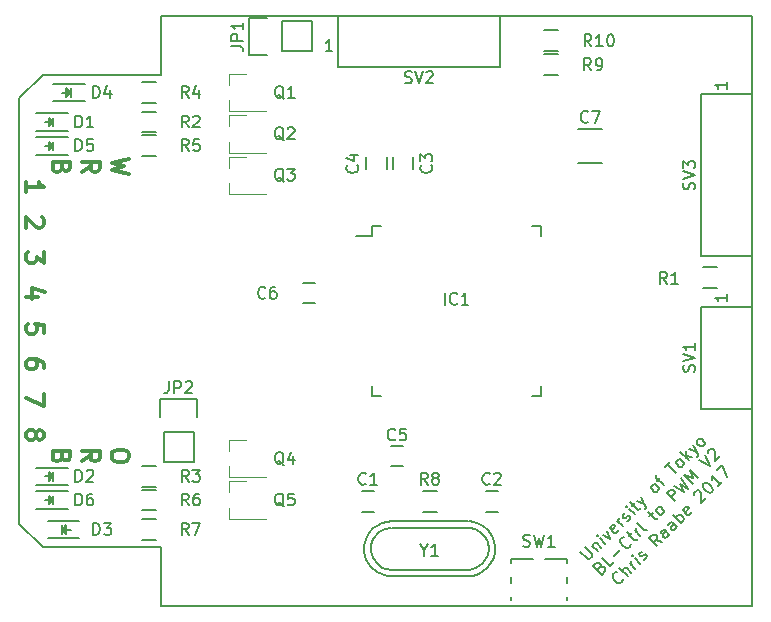
<source format=gbr>
G04 #@! TF.FileFunction,Legend,Top*
%FSLAX46Y46*%
G04 Gerber Fmt 4.6, Leading zero omitted, Abs format (unit mm)*
G04 Created by KiCad (PCBNEW 4.0.5-e0-6337~49~ubuntu16.04.1) date Thu Jan  5 22:53:43 2017*
%MOMM*%
%LPD*%
G01*
G04 APERTURE LIST*
%ADD10C,0.100000*%
%ADD11C,0.150000*%
%ADD12C,0.300000*%
%ADD13C,0.120000*%
G04 APERTURE END LIST*
D10*
D11*
X10513136Y-20377962D02*
X11085556Y-20950381D01*
X11186571Y-20984053D01*
X11253915Y-20984053D01*
X11354930Y-20950381D01*
X11489617Y-20815694D01*
X11523289Y-20714679D01*
X11523289Y-20647335D01*
X11489617Y-20546320D01*
X10917198Y-19973900D01*
X11489617Y-19872885D02*
X11961022Y-20344290D01*
X11556960Y-19940229D02*
X11556960Y-19872885D01*
X11590632Y-19771870D01*
X11691648Y-19670854D01*
X11792663Y-19637182D01*
X11893678Y-19670854D01*
X12264068Y-20041244D01*
X12600785Y-19704526D02*
X12129380Y-19233122D01*
X11893678Y-18997420D02*
X11893678Y-19064763D01*
X11961022Y-19064763D01*
X11961022Y-18997420D01*
X11893678Y-18997420D01*
X11961022Y-19064763D01*
X12398754Y-18963748D02*
X13038517Y-19266794D01*
X12735472Y-18627030D01*
X13711953Y-18526015D02*
X13678281Y-18627030D01*
X13543594Y-18761718D01*
X13442578Y-18795389D01*
X13341563Y-18761718D01*
X13072189Y-18492343D01*
X13038517Y-18391328D01*
X13072189Y-18290313D01*
X13206876Y-18155625D01*
X13307892Y-18121954D01*
X13408907Y-18155625D01*
X13476251Y-18222970D01*
X13206876Y-18627031D01*
X14082342Y-18222970D02*
X13610937Y-17751565D01*
X13745624Y-17886252D02*
X13711952Y-17785236D01*
X13711952Y-17717893D01*
X13745624Y-17616878D01*
X13812968Y-17549534D01*
X14452731Y-17785236D02*
X14553747Y-17751565D01*
X14688433Y-17616878D01*
X14722106Y-17515862D01*
X14688434Y-17414847D01*
X14654762Y-17381175D01*
X14553747Y-17347503D01*
X14452731Y-17381176D01*
X14351716Y-17482191D01*
X14250701Y-17515863D01*
X14149685Y-17482190D01*
X14116014Y-17448519D01*
X14082342Y-17347503D01*
X14116014Y-17246488D01*
X14217029Y-17145473D01*
X14318045Y-17111801D01*
X15092495Y-17212817D02*
X14621090Y-16741412D01*
X14385388Y-16505710D02*
X14385388Y-16573053D01*
X14452731Y-16573053D01*
X14452731Y-16505710D01*
X14385388Y-16505710D01*
X14452731Y-16573053D01*
X14856792Y-16505710D02*
X15126166Y-16236336D01*
X14722105Y-16168993D02*
X15328197Y-16775084D01*
X15429212Y-16808756D01*
X15530227Y-16775084D01*
X15597571Y-16707741D01*
X15294525Y-16067977D02*
X15934288Y-16371023D01*
X15631243Y-15731259D02*
X15934288Y-16371023D01*
X16035304Y-16606725D01*
X16035304Y-16674068D01*
X16001632Y-16775084D01*
X17011785Y-15293527D02*
X16910770Y-15327198D01*
X16843426Y-15327198D01*
X16742411Y-15293527D01*
X16540380Y-15091496D01*
X16506708Y-14990480D01*
X16506708Y-14923137D01*
X16540380Y-14822122D01*
X16641396Y-14721106D01*
X16742411Y-14687434D01*
X16809755Y-14687434D01*
X16910770Y-14721106D01*
X17112801Y-14923137D01*
X17146472Y-15024152D01*
X17146472Y-15091496D01*
X17112801Y-15192511D01*
X17011785Y-15293527D01*
X16978113Y-14384389D02*
X17247487Y-14115015D01*
X17550533Y-14754778D02*
X16944441Y-14148687D01*
X16910770Y-14047672D01*
X16944441Y-13946656D01*
X17011785Y-13879313D01*
X17685221Y-13205877D02*
X18089282Y-12801816D01*
X18594358Y-13710954D02*
X17887251Y-13003847D01*
X19133106Y-13172205D02*
X19032091Y-13205877D01*
X18964747Y-13205877D01*
X18863732Y-13172205D01*
X18661701Y-12970174D01*
X18628029Y-12869159D01*
X18628029Y-12801816D01*
X18661701Y-12700801D01*
X18762717Y-12599785D01*
X18863732Y-12566113D01*
X18931076Y-12566113D01*
X19032091Y-12599785D01*
X19234122Y-12801816D01*
X19267793Y-12902831D01*
X19267793Y-12970174D01*
X19234122Y-13071190D01*
X19133106Y-13172205D01*
X19671854Y-12633457D02*
X18964747Y-11926350D01*
X19469824Y-12296740D02*
X19941229Y-12364083D01*
X19469824Y-11892678D02*
X19469824Y-12431427D01*
X19705526Y-11656976D02*
X20345289Y-11960022D01*
X20042244Y-11320258D02*
X20345289Y-11960022D01*
X20446304Y-12195724D01*
X20446304Y-12263068D01*
X20412633Y-12364083D01*
X20884037Y-11421274D02*
X20783022Y-11454946D01*
X20715679Y-11454946D01*
X20614664Y-11421274D01*
X20412633Y-11219243D01*
X20378961Y-11118228D01*
X20378961Y-11050884D01*
X20412633Y-10949869D01*
X20513648Y-10848853D01*
X20614664Y-10815182D01*
X20682007Y-10815182D01*
X20783022Y-10848853D01*
X20985053Y-11050884D01*
X21018725Y-11151900D01*
X21018725Y-11219243D01*
X20985053Y-11320258D01*
X20884037Y-11421274D01*
X12184939Y-21713045D02*
X12319626Y-21645702D01*
X12386970Y-21645703D01*
X12487985Y-21679374D01*
X12589000Y-21780390D01*
X12622672Y-21881405D01*
X12622672Y-21948748D01*
X12589000Y-22049763D01*
X12319626Y-22319138D01*
X11612519Y-21612031D01*
X11848222Y-21376328D01*
X11949237Y-21342657D01*
X12016580Y-21342657D01*
X12117595Y-21376328D01*
X12184939Y-21443672D01*
X12218610Y-21544687D01*
X12218610Y-21612030D01*
X12184939Y-21713045D01*
X11949236Y-21948748D01*
X13363450Y-21275313D02*
X13026732Y-21612031D01*
X12319626Y-20904924D01*
X13329779Y-20770237D02*
X13868527Y-20231489D01*
X14811336Y-19692741D02*
X14811336Y-19760084D01*
X14743992Y-19894771D01*
X14676649Y-19962115D01*
X14541961Y-20029459D01*
X14407274Y-20029459D01*
X14306259Y-19995787D01*
X14137900Y-19894772D01*
X14036885Y-19793756D01*
X13935869Y-19625398D01*
X13902198Y-19524382D01*
X13902198Y-19389696D01*
X13969542Y-19255008D01*
X14036885Y-19187664D01*
X14171572Y-19120321D01*
X14238916Y-19120321D01*
X14609304Y-19086649D02*
X14878678Y-18817276D01*
X14474618Y-18749932D02*
X15080709Y-19356024D01*
X15181724Y-19389696D01*
X15282740Y-19356024D01*
X15350083Y-19288680D01*
X15585786Y-19052978D02*
X15114381Y-18581573D01*
X15249068Y-18716260D02*
X15215396Y-18615245D01*
X15215396Y-18547901D01*
X15249068Y-18446886D01*
X15316412Y-18379542D01*
X16124534Y-18514229D02*
X16023519Y-18547901D01*
X15922504Y-18514229D01*
X15316412Y-17908138D01*
X16360237Y-17335717D02*
X16629610Y-17066343D01*
X16225550Y-16999000D02*
X16831641Y-17605092D01*
X16932657Y-17638763D01*
X17033672Y-17605092D01*
X17101015Y-17537748D01*
X17437733Y-17201030D02*
X17336718Y-17234702D01*
X17269374Y-17234702D01*
X17168359Y-17201030D01*
X16966328Y-16998999D01*
X16932657Y-16897984D01*
X16932657Y-16830641D01*
X16966328Y-16729626D01*
X17067344Y-16628610D01*
X17168359Y-16594938D01*
X17235703Y-16594938D01*
X17336718Y-16628610D01*
X17538749Y-16830641D01*
X17572421Y-16931656D01*
X17572421Y-16998999D01*
X17538749Y-17100014D01*
X17437733Y-17201030D01*
X18515229Y-16123534D02*
X17808123Y-15416427D01*
X18077497Y-15147053D01*
X18178512Y-15113381D01*
X18245856Y-15113381D01*
X18346871Y-15147053D01*
X18447886Y-15248068D01*
X18481558Y-15349083D01*
X18481558Y-15416426D01*
X18447886Y-15517442D01*
X18178512Y-15786816D01*
X18447886Y-14776664D02*
X19323351Y-15315412D01*
X18952962Y-14675648D01*
X19592726Y-15046038D01*
X19053978Y-14170572D01*
X20030458Y-14608305D02*
X19323351Y-13901198D01*
X20064131Y-14170572D01*
X19794756Y-13429794D01*
X20501863Y-14136900D01*
X20569206Y-12655343D02*
X21512015Y-13126748D01*
X21040611Y-12183939D01*
X21309985Y-12049252D02*
X21309985Y-11981908D01*
X21343657Y-11880893D01*
X21512016Y-11712534D01*
X21613031Y-11678862D01*
X21680374Y-11678862D01*
X21781390Y-11712534D01*
X21848733Y-11779877D01*
X21916076Y-11914564D01*
X21916076Y-12722687D01*
X22353809Y-12284954D01*
X14142952Y-22694577D02*
X14142952Y-22761920D01*
X14075608Y-22896607D01*
X14008265Y-22963950D01*
X13873577Y-23031295D01*
X13738891Y-23031295D01*
X13637875Y-22997623D01*
X13469517Y-22896608D01*
X13368501Y-22795592D01*
X13267486Y-22627233D01*
X13233814Y-22526218D01*
X13233814Y-22391531D01*
X13301158Y-22256844D01*
X13368502Y-22189500D01*
X13503188Y-22122157D01*
X13570532Y-22122157D01*
X14513341Y-22458875D02*
X13806234Y-21751768D01*
X14816387Y-22155828D02*
X14445997Y-21785439D01*
X14344982Y-21751767D01*
X14243967Y-21785439D01*
X14142951Y-21886455D01*
X14109279Y-21987470D01*
X14109279Y-22054813D01*
X15153104Y-21819111D02*
X14681699Y-21347707D01*
X14816386Y-21482393D02*
X14782714Y-21381378D01*
X14782714Y-21314035D01*
X14816386Y-21213020D01*
X14883730Y-21145676D01*
X15590837Y-21381378D02*
X15119432Y-20909973D01*
X14883730Y-20674271D02*
X14883730Y-20741615D01*
X14951074Y-20741615D01*
X14951074Y-20674271D01*
X14883730Y-20674271D01*
X14951074Y-20741615D01*
X15860211Y-21044661D02*
X15961226Y-21010989D01*
X16095913Y-20876302D01*
X16129585Y-20775287D01*
X16095914Y-20674271D01*
X16062242Y-20640600D01*
X15961227Y-20606928D01*
X15860211Y-20640600D01*
X15759196Y-20741616D01*
X15658181Y-20775287D01*
X15557165Y-20741615D01*
X15523493Y-20707943D01*
X15489821Y-20606928D01*
X15523493Y-20505913D01*
X15624508Y-20404898D01*
X15725524Y-20371225D01*
X17442784Y-19529432D02*
X16870363Y-19428416D01*
X17038722Y-19933493D02*
X16331616Y-19226386D01*
X16600990Y-18957012D01*
X16702005Y-18923340D01*
X16769349Y-18923340D01*
X16870364Y-18957012D01*
X16971379Y-19058027D01*
X17005051Y-19159042D01*
X17005051Y-19226385D01*
X16971379Y-19327401D01*
X16702005Y-19596775D01*
X18048875Y-18923340D02*
X17678486Y-18552950D01*
X17577471Y-18519279D01*
X17476455Y-18552950D01*
X17341768Y-18687638D01*
X17308096Y-18788653D01*
X18015204Y-18889668D02*
X17981532Y-18990683D01*
X17813173Y-19159043D01*
X17712157Y-19192714D01*
X17611142Y-19159043D01*
X17543799Y-19091699D01*
X17510127Y-18990684D01*
X17543799Y-18889669D01*
X17712158Y-18721310D01*
X17745830Y-18620295D01*
X18688639Y-18283577D02*
X18318249Y-17913187D01*
X18217234Y-17879515D01*
X18116219Y-17913187D01*
X17981531Y-18047875D01*
X17947859Y-18148890D01*
X18654967Y-18249905D02*
X18621295Y-18350920D01*
X18452936Y-18519279D01*
X18351921Y-18552951D01*
X18250906Y-18519279D01*
X18183562Y-18451936D01*
X18149890Y-18350921D01*
X18183562Y-18249906D01*
X18351922Y-18081546D01*
X18385593Y-17980531D01*
X19025356Y-17946859D02*
X18318249Y-17239753D01*
X18587623Y-17509126D02*
X18621295Y-17408111D01*
X18755982Y-17273424D01*
X18856997Y-17239752D01*
X18924341Y-17239752D01*
X19025356Y-17273424D01*
X19227387Y-17475455D01*
X19261059Y-17576470D01*
X19261059Y-17643813D01*
X19227387Y-17744828D01*
X19092699Y-17879516D01*
X18991684Y-17913188D01*
X19900822Y-17004050D02*
X19867150Y-17105065D01*
X19732463Y-17239753D01*
X19631447Y-17273424D01*
X19530432Y-17239753D01*
X19261058Y-16970378D01*
X19227386Y-16869363D01*
X19261058Y-16768348D01*
X19395745Y-16633660D01*
X19496761Y-16599989D01*
X19597776Y-16633660D01*
X19665120Y-16701005D01*
X19395745Y-17105066D01*
X20136524Y-15556165D02*
X20136524Y-15488821D01*
X20170196Y-15387806D01*
X20338555Y-15219447D01*
X20439570Y-15185775D01*
X20506914Y-15185775D01*
X20607929Y-15219447D01*
X20675272Y-15286790D01*
X20742616Y-15421477D01*
X20742616Y-16229600D01*
X21180349Y-15791867D01*
X20910974Y-14647028D02*
X20978318Y-14579683D01*
X21079333Y-14546012D01*
X21146677Y-14546012D01*
X21247692Y-14579683D01*
X21416051Y-14680699D01*
X21584410Y-14849058D01*
X21685425Y-15017416D01*
X21719097Y-15118432D01*
X21719097Y-15185775D01*
X21685425Y-15286790D01*
X21618081Y-15354134D01*
X21517066Y-15387806D01*
X21449722Y-15387806D01*
X21348707Y-15354134D01*
X21180349Y-15253119D01*
X21011989Y-15084760D01*
X20910974Y-14916401D01*
X20877302Y-14815386D01*
X20877302Y-14748043D01*
X20910974Y-14647028D01*
X22527219Y-14444997D02*
X22123157Y-14849058D01*
X22325188Y-14647028D02*
X21618081Y-13939921D01*
X21651753Y-14108279D01*
X21651753Y-14242966D01*
X21618081Y-14343981D01*
X22055814Y-13502188D02*
X22527219Y-13030783D01*
X22931279Y-14040936D01*
X25000000Y-25000000D02*
X25000000Y25000000D01*
X-25000000Y-25000000D02*
X25000000Y-25000000D01*
X-25000000Y-20000000D02*
X-25000000Y-25000000D01*
X-35000000Y-20000000D02*
X-25000000Y-20000000D01*
X-37000000Y-18000000D02*
X-35000000Y-20000000D01*
X-37000000Y18000000D02*
X-37000000Y-18000000D01*
X-35000000Y20000000D02*
X-37000000Y18000000D01*
X-25000000Y20000000D02*
X-35000000Y20000000D01*
X-25000000Y25000000D02*
X-25000000Y20000000D01*
X25000000Y25000000D02*
X-25000000Y25000000D01*
D12*
X-35571429Y-10357144D02*
X-35500000Y-10214286D01*
X-35428571Y-10142858D01*
X-35285714Y-10071429D01*
X-35214286Y-10071429D01*
X-35071429Y-10142858D01*
X-35000000Y-10214286D01*
X-34928571Y-10357144D01*
X-34928571Y-10642858D01*
X-35000000Y-10785715D01*
X-35071429Y-10857144D01*
X-35214286Y-10928572D01*
X-35285714Y-10928572D01*
X-35428571Y-10857144D01*
X-35500000Y-10785715D01*
X-35571429Y-10642858D01*
X-35571429Y-10357144D01*
X-35642857Y-10214286D01*
X-35714286Y-10142858D01*
X-35857143Y-10071429D01*
X-36142857Y-10071429D01*
X-36285714Y-10142858D01*
X-36357143Y-10214286D01*
X-36428571Y-10357144D01*
X-36428571Y-10642858D01*
X-36357143Y-10785715D01*
X-36285714Y-10857144D01*
X-36142857Y-10928572D01*
X-35857143Y-10928572D01*
X-35714286Y-10857144D01*
X-35642857Y-10785715D01*
X-35571429Y-10642858D01*
X-34928571Y-7000001D02*
X-34928571Y-8000001D01*
X-36428571Y-7357144D01*
X-34928571Y-4785715D02*
X-34928571Y-4500001D01*
X-35000000Y-4357144D01*
X-35071429Y-4285715D01*
X-35285714Y-4142858D01*
X-35571429Y-4071429D01*
X-36142857Y-4071429D01*
X-36285714Y-4142858D01*
X-36357143Y-4214286D01*
X-36428571Y-4357144D01*
X-36428571Y-4642858D01*
X-36357143Y-4785715D01*
X-36285714Y-4857144D01*
X-36142857Y-4928572D01*
X-35785714Y-4928572D01*
X-35642857Y-4857144D01*
X-35571429Y-4785715D01*
X-35500000Y-4642858D01*
X-35500000Y-4357144D01*
X-35571429Y-4214286D01*
X-35642857Y-4142858D01*
X-35785714Y-4071429D01*
X-34928571Y-1857144D02*
X-34928571Y-1142858D01*
X-35642857Y-1071429D01*
X-35571429Y-1142858D01*
X-35500000Y-1285715D01*
X-35500000Y-1642858D01*
X-35571429Y-1785715D01*
X-35642857Y-1857144D01*
X-35785714Y-1928572D01*
X-36142857Y-1928572D01*
X-36285714Y-1857144D01*
X-36357143Y-1785715D01*
X-36428571Y-1642858D01*
X-36428571Y-1285715D01*
X-36357143Y-1142858D01*
X-36285714Y-1071429D01*
X-35428571Y1214285D02*
X-36428571Y1214285D01*
X-34857143Y1571428D02*
X-35928571Y1928571D01*
X-35928571Y999999D01*
X-34928571Y4999999D02*
X-34928571Y4071428D01*
X-35500000Y4571428D01*
X-35500000Y4357142D01*
X-35571429Y4214285D01*
X-35642857Y4142856D01*
X-35785714Y4071428D01*
X-36142857Y4071428D01*
X-36285714Y4142856D01*
X-36357143Y4214285D01*
X-36428571Y4357142D01*
X-36428571Y4785714D01*
X-36357143Y4928571D01*
X-36285714Y4999999D01*
X-35071429Y7928571D02*
X-35000000Y7857142D01*
X-34928571Y7714285D01*
X-34928571Y7357142D01*
X-35000000Y7214285D01*
X-35071429Y7142856D01*
X-35214286Y7071428D01*
X-35357143Y7071428D01*
X-35571429Y7142856D01*
X-36428571Y7999999D01*
X-36428571Y7071428D01*
X-36428571Y10071428D02*
X-36428571Y10928571D01*
X-36428571Y10499999D02*
X-34928571Y10499999D01*
X-35142857Y10642856D01*
X-35285714Y10785714D01*
X-35357143Y10928571D01*
X-27678571Y-12107143D02*
X-27678571Y-12392857D01*
X-27750000Y-12535715D01*
X-27892857Y-12678572D01*
X-28178571Y-12750000D01*
X-28678571Y-12750000D01*
X-28964286Y-12678572D01*
X-29107143Y-12535715D01*
X-29178571Y-12392857D01*
X-29178571Y-12107143D01*
X-29107143Y-11964286D01*
X-28964286Y-11821429D01*
X-28678571Y-11750000D01*
X-28178571Y-11750000D01*
X-27892857Y-11821429D01*
X-27750000Y-11964286D01*
X-27678571Y-12107143D01*
X-31678571Y-12714286D02*
X-30964286Y-12214286D01*
X-31678571Y-11857143D02*
X-30178571Y-11857143D01*
X-30178571Y-12428571D01*
X-30250000Y-12571429D01*
X-30321429Y-12642857D01*
X-30464286Y-12714286D01*
X-30678571Y-12714286D01*
X-30821429Y-12642857D01*
X-30892857Y-12571429D01*
X-30964286Y-12428571D01*
X-30964286Y-11857143D01*
X-33392857Y-12357143D02*
X-33464286Y-12571429D01*
X-33535714Y-12642857D01*
X-33678571Y-12714286D01*
X-33892857Y-12714286D01*
X-34035714Y-12642857D01*
X-34107143Y-12571429D01*
X-34178571Y-12428571D01*
X-34178571Y-11857143D01*
X-32678571Y-11857143D01*
X-32678571Y-12357143D01*
X-32750000Y-12500000D01*
X-32821429Y-12571429D01*
X-32964286Y-12642857D01*
X-33107143Y-12642857D01*
X-33250000Y-12571429D01*
X-33321429Y-12500000D01*
X-33392857Y-12357143D01*
X-33392857Y-11857143D01*
X-27678571Y12892857D02*
X-29178571Y12535714D01*
X-28107143Y12250000D01*
X-29178571Y11964286D01*
X-27678571Y11607143D01*
X-31678571Y11785714D02*
X-30964286Y12285714D01*
X-31678571Y12642857D02*
X-30178571Y12642857D01*
X-30178571Y12071429D01*
X-30250000Y11928571D01*
X-30321429Y11857143D01*
X-30464286Y11785714D01*
X-30678571Y11785714D01*
X-30821429Y11857143D01*
X-30892857Y11928571D01*
X-30964286Y12071429D01*
X-30964286Y12642857D01*
X-33392857Y12142857D02*
X-33464286Y11928571D01*
X-33535714Y11857143D01*
X-33678571Y11785714D01*
X-33892857Y11785714D01*
X-34035714Y11857143D01*
X-34107143Y11928571D01*
X-34178571Y12071429D01*
X-34178571Y12642857D01*
X-32678571Y12642857D01*
X-32678571Y12142857D01*
X-32750000Y12000000D01*
X-32821429Y11928571D01*
X-32964286Y11857143D01*
X-33107143Y11857143D01*
X-33250000Y11928571D01*
X-33321429Y12000000D01*
X-33392857Y12142857D01*
X-33392857Y12642857D01*
D11*
X-31400000Y19250000D02*
X-34100000Y19250000D01*
X-31400000Y17750000D02*
X-34100000Y17750000D01*
X-32900000Y18650000D02*
X-32900000Y18400000D01*
X-32900000Y18400000D02*
X-32750000Y18550000D01*
X-32650000Y18150000D02*
X-32650000Y18850000D01*
X-33000000Y18500000D02*
X-33350000Y18500000D01*
X-32650000Y18500000D02*
X-33000000Y18150000D01*
X-33000000Y18150000D02*
X-33000000Y18850000D01*
X-33000000Y18850000D02*
X-32650000Y18500000D01*
X-7175000Y7175000D02*
X-7175000Y6375000D01*
X7175000Y7175000D02*
X7175000Y6375000D01*
X7175000Y-7175000D02*
X7175000Y-6375000D01*
X-7175000Y-7175000D02*
X-7175000Y-6375000D01*
X-7175000Y7175000D02*
X-6375000Y7175000D01*
X-7175000Y-7175000D02*
X-6375000Y-7175000D01*
X7175000Y-7175000D02*
X6375000Y-7175000D01*
X7175000Y7175000D02*
X6375000Y7175000D01*
X-7175000Y6375000D02*
X-8450000Y6375000D01*
X-8000000Y-16980000D02*
X-7000000Y-16980000D01*
X-7000000Y-15280000D02*
X-8000000Y-15280000D01*
X3500000Y-15280000D02*
X2500000Y-15280000D01*
X2500000Y-16980000D02*
X3500000Y-16980000D01*
X-5350000Y13000000D02*
X-5350000Y12000000D01*
X-3650000Y12000000D02*
X-3650000Y13000000D01*
X-7600000Y13000000D02*
X-7600000Y12000000D01*
X-5900000Y12000000D02*
X-5900000Y13000000D01*
X-5500000Y-13100000D02*
X-4500000Y-13100000D01*
X-4500000Y-11400000D02*
X-5500000Y-11400000D01*
X-13000000Y650000D02*
X-12000000Y650000D01*
X-12000000Y2350000D02*
X-13000000Y2350000D01*
X-32900000Y16750000D02*
X-35600000Y16750000D01*
X-32900000Y15250000D02*
X-35600000Y15250000D01*
X-34400000Y16150000D02*
X-34400000Y15900000D01*
X-34400000Y15900000D02*
X-34250000Y16050000D01*
X-34150000Y15650000D02*
X-34150000Y16350000D01*
X-34500000Y16000000D02*
X-34850000Y16000000D01*
X-34150000Y16000000D02*
X-34500000Y15650000D01*
X-34500000Y15650000D02*
X-34500000Y16350000D01*
X-34500000Y16350000D02*
X-34150000Y16000000D01*
X-32900000Y-13250000D02*
X-35600000Y-13250000D01*
X-32900000Y-14750000D02*
X-35600000Y-14750000D01*
X-34400000Y-13850000D02*
X-34400000Y-14100000D01*
X-34400000Y-14100000D02*
X-34250000Y-13950000D01*
X-34150000Y-14350000D02*
X-34150000Y-13650000D01*
X-34500000Y-14000000D02*
X-34850000Y-14000000D01*
X-34150000Y-14000000D02*
X-34500000Y-14350000D01*
X-34500000Y-14350000D02*
X-34500000Y-13650000D01*
X-34500000Y-13650000D02*
X-34150000Y-14000000D01*
X-34600000Y-19250000D02*
X-31900000Y-19250000D01*
X-34600000Y-17750000D02*
X-31900000Y-17750000D01*
X-33100000Y-18650000D02*
X-33100000Y-18400000D01*
X-33100000Y-18400000D02*
X-33250000Y-18550000D01*
X-33350000Y-18150000D02*
X-33350000Y-18850000D01*
X-33000000Y-18500000D02*
X-32650000Y-18500000D01*
X-33350000Y-18500000D02*
X-33000000Y-18150000D01*
X-33000000Y-18150000D02*
X-33000000Y-18850000D01*
X-33000000Y-18850000D02*
X-33350000Y-18500000D01*
X-32900000Y14750000D02*
X-35600000Y14750000D01*
X-32900000Y13250000D02*
X-35600000Y13250000D01*
X-34400000Y14150000D02*
X-34400000Y13900000D01*
X-34400000Y13900000D02*
X-34250000Y14050000D01*
X-34150000Y13650000D02*
X-34150000Y14350000D01*
X-34500000Y14000000D02*
X-34850000Y14000000D01*
X-34150000Y14000000D02*
X-34500000Y13650000D01*
X-34500000Y13650000D02*
X-34500000Y14350000D01*
X-34500000Y14350000D02*
X-34150000Y14000000D01*
X-32900000Y-15250000D02*
X-35600000Y-15250000D01*
X-32900000Y-16750000D02*
X-35600000Y-16750000D01*
X-34400000Y-15850000D02*
X-34400000Y-16100000D01*
X-34400000Y-16100000D02*
X-34250000Y-15950000D01*
X-34150000Y-16350000D02*
X-34150000Y-15650000D01*
X-34500000Y-16000000D02*
X-34850000Y-16000000D01*
X-34150000Y-16000000D02*
X-34500000Y-16350000D01*
X-34500000Y-16350000D02*
X-34500000Y-15650000D01*
X-34500000Y-15650000D02*
X-34150000Y-16000000D01*
X20882000Y3688000D02*
X22082000Y3688000D01*
X22082000Y1938000D02*
X20882000Y1938000D01*
X-25400000Y15125000D02*
X-26600000Y15125000D01*
X-26600000Y16875000D02*
X-25400000Y16875000D01*
X-25400000Y-14875000D02*
X-26600000Y-14875000D01*
X-26600000Y-13125000D02*
X-25400000Y-13125000D01*
X-25400000Y17625000D02*
X-26600000Y17625000D01*
X-26600000Y19375000D02*
X-25400000Y19375000D01*
X-25400000Y13125000D02*
X-26600000Y13125000D01*
X-26600000Y14875000D02*
X-25400000Y14875000D01*
X-25400000Y-16875000D02*
X-26600000Y-16875000D01*
X-26600000Y-15125000D02*
X-25400000Y-15125000D01*
X-25400000Y-19375000D02*
X-26600000Y-19375000D01*
X-26600000Y-17625000D02*
X-25400000Y-17625000D01*
X-2850000Y-15255000D02*
X-1650000Y-15255000D01*
X-1650000Y-17005000D02*
X-2850000Y-17005000D01*
X8620000Y19972000D02*
X7420000Y19972000D01*
X7420000Y21722000D02*
X8620000Y21722000D01*
X8620000Y22004000D02*
X7420000Y22004000D01*
X7420000Y23754000D02*
X8620000Y23754000D01*
X12322000Y15445000D02*
X10322000Y15445000D01*
X10322000Y12495000D02*
X12322000Y12495000D01*
X3702000Y20682000D02*
X-10014000Y20682000D01*
X3702000Y20682000D02*
X3702000Y25000000D01*
X-10014000Y20682000D02*
X-10014000Y25000000D01*
X20682000Y-8255000D02*
X20682000Y381000D01*
X20682000Y-8255000D02*
X25000000Y-8255000D01*
X20682000Y381000D02*
X25000000Y381000D01*
X-14730000Y24520000D02*
X-12190000Y24520000D01*
X-17550000Y24800000D02*
X-16000000Y24800000D01*
X-14730000Y24520000D02*
X-14730000Y21980000D01*
X-16000000Y21700000D02*
X-17550000Y21700000D01*
X-17550000Y21700000D02*
X-17550000Y24800000D01*
X-14730000Y21980000D02*
X-12190000Y21980000D01*
X-12190000Y21980000D02*
X-12190000Y24520000D01*
X-22230000Y-10270000D02*
X-22230000Y-12810000D01*
X-21950000Y-7450000D02*
X-21950000Y-9000000D01*
X-22230000Y-10270000D02*
X-24770000Y-10270000D01*
X-25050000Y-9000000D02*
X-25050000Y-7450000D01*
X-25050000Y-7450000D02*
X-21950000Y-7450000D01*
X-24770000Y-10270000D02*
X-24770000Y-12810000D01*
X-24770000Y-12810000D02*
X-22230000Y-12810000D01*
D13*
X-19260000Y20080000D02*
X-19260000Y19150000D01*
X-19260000Y16920000D02*
X-19260000Y17850000D01*
X-19260000Y16920000D02*
X-16100000Y16920000D01*
X-19260000Y20080000D02*
X-17800000Y20080000D01*
X-19260000Y16580000D02*
X-19260000Y15650000D01*
X-19260000Y13420000D02*
X-19260000Y14350000D01*
X-19260000Y13420000D02*
X-16100000Y13420000D01*
X-19260000Y16580000D02*
X-17800000Y16580000D01*
X-19260000Y13080000D02*
X-19260000Y12150000D01*
X-19260000Y9920000D02*
X-19260000Y10850000D01*
X-19260000Y9920000D02*
X-16100000Y9920000D01*
X-19260000Y13080000D02*
X-17800000Y13080000D01*
X-19260000Y-10920000D02*
X-19260000Y-11850000D01*
X-19260000Y-14080000D02*
X-19260000Y-13150000D01*
X-19260000Y-14080000D02*
X-16100000Y-14080000D01*
X-19260000Y-10920000D02*
X-17800000Y-10920000D01*
X-19260000Y-14420000D02*
X-19260000Y-15350000D01*
X-19260000Y-17580000D02*
X-19260000Y-16650000D01*
X-19260000Y-17580000D02*
X-16100000Y-17580000D01*
X-19260000Y-14420000D02*
X-17800000Y-14420000D01*
D11*
X20682000Y4642000D02*
X20682000Y18358000D01*
X20682000Y4642000D02*
X25000000Y4642000D01*
X20682000Y18358000D02*
X25000000Y18358000D01*
X2449000Y-19129240D02*
X2649660Y-19530560D01*
X2649660Y-19530560D02*
X2751260Y-20130000D01*
X2751260Y-20130000D02*
X2649660Y-20630380D01*
X2649660Y-20630380D02*
X2250880Y-21328880D01*
X2250880Y-21328880D02*
X1648900Y-21730200D01*
X1648900Y-21730200D02*
X1049460Y-21930860D01*
X1049460Y-21930860D02*
X-5549460Y-21930860D01*
X-5549460Y-21930860D02*
X-6250500Y-21730200D01*
X-6250500Y-21730200D02*
X-6649280Y-21430480D01*
X-6649280Y-21430480D02*
X-7050600Y-20930100D01*
X-7050600Y-20930100D02*
X-7251260Y-20330660D01*
X-7251260Y-20330660D02*
X-7251260Y-19830280D01*
X-7251260Y-19830280D02*
X-7050600Y-19329900D01*
X-7050600Y-19329900D02*
X-6550220Y-18730460D01*
X-6550220Y-18730460D02*
X-6049840Y-18430740D01*
X-6049840Y-18430740D02*
X-5549460Y-18329140D01*
X-5450400Y-18329140D02*
X1151060Y-18329140D01*
X1151060Y-18329140D02*
X1549840Y-18430740D01*
X1549840Y-18430740D02*
X2050220Y-18730460D01*
X2050220Y-18730460D02*
X2550600Y-19230840D01*
X-5440240Y-17800820D02*
X-5899980Y-17849080D01*
X-5899980Y-17849080D02*
X-6298760Y-17960840D01*
X-6298760Y-17960840D02*
X-6730560Y-18179280D01*
X-6730560Y-18179280D02*
X-7020120Y-18410420D01*
X-7020120Y-18410420D02*
X-7350320Y-18760940D01*
X-7350320Y-18760940D02*
X-7639880Y-19299420D01*
X-7639880Y-19299420D02*
X-7769420Y-19898860D01*
X-7769420Y-19898860D02*
X-7769420Y-20409400D01*
X-7769420Y-20409400D02*
X-7599240Y-21110440D01*
X-7599240Y-21110440D02*
X-7200460Y-21699720D01*
X-7200460Y-21699720D02*
X-6740720Y-22070560D01*
X-6740720Y-22070560D02*
X-6319080Y-22278840D01*
X-6319080Y-22278840D02*
X-5869500Y-22438860D01*
X-5869500Y-22438860D02*
X-5430080Y-22469340D01*
X1910520Y-22250900D02*
X2288980Y-22029920D01*
X2288980Y-22029920D02*
X2609020Y-21750520D01*
X2609020Y-21750520D02*
X2860480Y-21420320D01*
X2860480Y-21420320D02*
X3160200Y-20869140D01*
X3160200Y-20869140D02*
X3269420Y-20399240D01*
X3269420Y-20399240D02*
X3289740Y-19939500D01*
X3289740Y-19939500D02*
X3200840Y-19479760D01*
X3200840Y-19479760D02*
X3010340Y-19030180D01*
X3010340Y-19030180D02*
X2649660Y-18560280D01*
X2649660Y-18560280D02*
X2299140Y-18240240D01*
X2299140Y-18240240D02*
X1910520Y-18009100D01*
X1910520Y-18009100D02*
X1481260Y-17869400D01*
X1481260Y-17869400D02*
X1039300Y-17800820D01*
X-5450400Y-22459180D02*
X1001200Y-22459180D01*
X1001200Y-22459180D02*
X1420300Y-22421080D01*
X1420300Y-22421080D02*
X1910520Y-22250900D01*
X-5450400Y-17800820D02*
X1001200Y-17800820D01*
X9350000Y-24200000D02*
X9350000Y-24500000D01*
X4650000Y-24200000D02*
X4650000Y-24500000D01*
X9350000Y-21000000D02*
X9350000Y-21300000D01*
X4650000Y-21000000D02*
X4650000Y-21300000D01*
X9350000Y-22500000D02*
X9350000Y-23000000D01*
X4650000Y-22500000D02*
X4650000Y-23000000D01*
X7500000Y-21000000D02*
X9350000Y-21000000D01*
X4650000Y-21000000D02*
X6500000Y-21000000D01*
X-30738095Y18047619D02*
X-30738095Y19047619D01*
X-30500000Y19047619D01*
X-30357142Y19000000D01*
X-30261904Y18904762D01*
X-30214285Y18809524D01*
X-30166666Y18619048D01*
X-30166666Y18476190D01*
X-30214285Y18285714D01*
X-30261904Y18190476D01*
X-30357142Y18095238D01*
X-30500000Y18047619D01*
X-30738095Y18047619D01*
X-29309523Y18714286D02*
X-29309523Y18047619D01*
X-29547619Y19095238D02*
X-29785714Y18380952D01*
X-29166666Y18380952D01*
X-976190Y547619D02*
X-976190Y1547619D01*
X71429Y642857D02*
X23810Y595238D01*
X-119047Y547619D01*
X-214285Y547619D01*
X-357143Y595238D01*
X-452381Y690476D01*
X-500000Y785714D01*
X-547619Y976190D01*
X-547619Y1119048D01*
X-500000Y1309524D01*
X-452381Y1404762D01*
X-357143Y1500000D01*
X-214285Y1547619D01*
X-119047Y1547619D01*
X23810Y1500000D01*
X71429Y1452381D01*
X1023810Y547619D02*
X452381Y547619D01*
X738095Y547619D02*
X738095Y1547619D01*
X642857Y1404762D01*
X547619Y1309524D01*
X452381Y1261905D01*
X-7666666Y-14607143D02*
X-7714285Y-14654762D01*
X-7857142Y-14702381D01*
X-7952380Y-14702381D01*
X-8095238Y-14654762D01*
X-8190476Y-14559524D01*
X-8238095Y-14464286D01*
X-8285714Y-14273810D01*
X-8285714Y-14130952D01*
X-8238095Y-13940476D01*
X-8190476Y-13845238D01*
X-8095238Y-13750000D01*
X-7952380Y-13702381D01*
X-7857142Y-13702381D01*
X-7714285Y-13750000D01*
X-7666666Y-13797619D01*
X-6714285Y-14702381D02*
X-7285714Y-14702381D01*
X-7000000Y-14702381D02*
X-7000000Y-13702381D01*
X-7095238Y-13845238D01*
X-7190476Y-13940476D01*
X-7285714Y-13988095D01*
X2833334Y-14607143D02*
X2785715Y-14654762D01*
X2642858Y-14702381D01*
X2547620Y-14702381D01*
X2404762Y-14654762D01*
X2309524Y-14559524D01*
X2261905Y-14464286D01*
X2214286Y-14273810D01*
X2214286Y-14130952D01*
X2261905Y-13940476D01*
X2309524Y-13845238D01*
X2404762Y-13750000D01*
X2547620Y-13702381D01*
X2642858Y-13702381D01*
X2785715Y-13750000D01*
X2833334Y-13797619D01*
X3214286Y-13797619D02*
X3261905Y-13750000D01*
X3357143Y-13702381D01*
X3595239Y-13702381D01*
X3690477Y-13750000D01*
X3738096Y-13797619D01*
X3785715Y-13892857D01*
X3785715Y-13988095D01*
X3738096Y-14130952D01*
X3166667Y-14702381D01*
X3785715Y-14702381D01*
X-2142857Y12333334D02*
X-2095238Y12285715D01*
X-2047619Y12142858D01*
X-2047619Y12047620D01*
X-2095238Y11904762D01*
X-2190476Y11809524D01*
X-2285714Y11761905D01*
X-2476190Y11714286D01*
X-2619048Y11714286D01*
X-2809524Y11761905D01*
X-2904762Y11809524D01*
X-3000000Y11904762D01*
X-3047619Y12047620D01*
X-3047619Y12142858D01*
X-3000000Y12285715D01*
X-2952381Y12333334D01*
X-3047619Y12666667D02*
X-3047619Y13285715D01*
X-2666667Y12952381D01*
X-2666667Y13095239D01*
X-2619048Y13190477D01*
X-2571429Y13238096D01*
X-2476190Y13285715D01*
X-2238095Y13285715D01*
X-2142857Y13238096D01*
X-2095238Y13190477D01*
X-2047619Y13095239D01*
X-2047619Y12809524D01*
X-2095238Y12714286D01*
X-2142857Y12666667D01*
X-8392857Y12333334D02*
X-8345238Y12285715D01*
X-8297619Y12142858D01*
X-8297619Y12047620D01*
X-8345238Y11904762D01*
X-8440476Y11809524D01*
X-8535714Y11761905D01*
X-8726190Y11714286D01*
X-8869048Y11714286D01*
X-9059524Y11761905D01*
X-9154762Y11809524D01*
X-9250000Y11904762D01*
X-9297619Y12047620D01*
X-9297619Y12142858D01*
X-9250000Y12285715D01*
X-9202381Y12333334D01*
X-8964286Y13190477D02*
X-8297619Y13190477D01*
X-9345238Y12952381D02*
X-8630952Y12714286D01*
X-8630952Y13333334D01*
X-5166666Y-10857143D02*
X-5214285Y-10904762D01*
X-5357142Y-10952381D01*
X-5452380Y-10952381D01*
X-5595238Y-10904762D01*
X-5690476Y-10809524D01*
X-5738095Y-10714286D01*
X-5785714Y-10523810D01*
X-5785714Y-10380952D01*
X-5738095Y-10190476D01*
X-5690476Y-10095238D01*
X-5595238Y-10000000D01*
X-5452380Y-9952381D01*
X-5357142Y-9952381D01*
X-5214285Y-10000000D01*
X-5166666Y-10047619D01*
X-4261904Y-9952381D02*
X-4738095Y-9952381D01*
X-4785714Y-10428571D01*
X-4738095Y-10380952D01*
X-4642857Y-10333333D01*
X-4404761Y-10333333D01*
X-4309523Y-10380952D01*
X-4261904Y-10428571D01*
X-4214285Y-10523810D01*
X-4214285Y-10761905D01*
X-4261904Y-10857143D01*
X-4309523Y-10904762D01*
X-4404761Y-10952381D01*
X-4642857Y-10952381D01*
X-4738095Y-10904762D01*
X-4785714Y-10857143D01*
X-16166666Y1142857D02*
X-16214285Y1095238D01*
X-16357142Y1047619D01*
X-16452380Y1047619D01*
X-16595238Y1095238D01*
X-16690476Y1190476D01*
X-16738095Y1285714D01*
X-16785714Y1476190D01*
X-16785714Y1619048D01*
X-16738095Y1809524D01*
X-16690476Y1904762D01*
X-16595238Y2000000D01*
X-16452380Y2047619D01*
X-16357142Y2047619D01*
X-16214285Y2000000D01*
X-16166666Y1952381D01*
X-15309523Y2047619D02*
X-15500000Y2047619D01*
X-15595238Y2000000D01*
X-15642857Y1952381D01*
X-15738095Y1809524D01*
X-15785714Y1619048D01*
X-15785714Y1238095D01*
X-15738095Y1142857D01*
X-15690476Y1095238D01*
X-15595238Y1047619D01*
X-15404761Y1047619D01*
X-15309523Y1095238D01*
X-15261904Y1142857D01*
X-15214285Y1238095D01*
X-15214285Y1476190D01*
X-15261904Y1571429D01*
X-15309523Y1619048D01*
X-15404761Y1666667D01*
X-15595238Y1666667D01*
X-15690476Y1619048D01*
X-15738095Y1571429D01*
X-15785714Y1476190D01*
X-32238095Y15547619D02*
X-32238095Y16547619D01*
X-32000000Y16547619D01*
X-31857142Y16500000D01*
X-31761904Y16404762D01*
X-31714285Y16309524D01*
X-31666666Y16119048D01*
X-31666666Y15976190D01*
X-31714285Y15785714D01*
X-31761904Y15690476D01*
X-31857142Y15595238D01*
X-32000000Y15547619D01*
X-32238095Y15547619D01*
X-30714285Y15547619D02*
X-31285714Y15547619D01*
X-31000000Y15547619D02*
X-31000000Y16547619D01*
X-31095238Y16404762D01*
X-31190476Y16309524D01*
X-31285714Y16261905D01*
X-32238095Y-14452381D02*
X-32238095Y-13452381D01*
X-32000000Y-13452381D01*
X-31857142Y-13500000D01*
X-31761904Y-13595238D01*
X-31714285Y-13690476D01*
X-31666666Y-13880952D01*
X-31666666Y-14023810D01*
X-31714285Y-14214286D01*
X-31761904Y-14309524D01*
X-31857142Y-14404762D01*
X-32000000Y-14452381D01*
X-32238095Y-14452381D01*
X-31285714Y-13547619D02*
X-31238095Y-13500000D01*
X-31142857Y-13452381D01*
X-30904761Y-13452381D01*
X-30809523Y-13500000D01*
X-30761904Y-13547619D01*
X-30714285Y-13642857D01*
X-30714285Y-13738095D01*
X-30761904Y-13880952D01*
X-31333333Y-14452381D01*
X-30714285Y-14452381D01*
X-30738095Y-18952381D02*
X-30738095Y-17952381D01*
X-30500000Y-17952381D01*
X-30357142Y-18000000D01*
X-30261904Y-18095238D01*
X-30214285Y-18190476D01*
X-30166666Y-18380952D01*
X-30166666Y-18523810D01*
X-30214285Y-18714286D01*
X-30261904Y-18809524D01*
X-30357142Y-18904762D01*
X-30500000Y-18952381D01*
X-30738095Y-18952381D01*
X-29833333Y-17952381D02*
X-29214285Y-17952381D01*
X-29547619Y-18333333D01*
X-29404761Y-18333333D01*
X-29309523Y-18380952D01*
X-29261904Y-18428571D01*
X-29214285Y-18523810D01*
X-29214285Y-18761905D01*
X-29261904Y-18857143D01*
X-29309523Y-18904762D01*
X-29404761Y-18952381D01*
X-29690476Y-18952381D01*
X-29785714Y-18904762D01*
X-29833333Y-18857143D01*
X-32238095Y13547619D02*
X-32238095Y14547619D01*
X-32000000Y14547619D01*
X-31857142Y14500000D01*
X-31761904Y14404762D01*
X-31714285Y14309524D01*
X-31666666Y14119048D01*
X-31666666Y13976190D01*
X-31714285Y13785714D01*
X-31761904Y13690476D01*
X-31857142Y13595238D01*
X-32000000Y13547619D01*
X-32238095Y13547619D01*
X-30761904Y14547619D02*
X-31238095Y14547619D01*
X-31285714Y14071429D01*
X-31238095Y14119048D01*
X-31142857Y14166667D01*
X-30904761Y14166667D01*
X-30809523Y14119048D01*
X-30761904Y14071429D01*
X-30714285Y13976190D01*
X-30714285Y13738095D01*
X-30761904Y13642857D01*
X-30809523Y13595238D01*
X-30904761Y13547619D01*
X-31142857Y13547619D01*
X-31238095Y13595238D01*
X-31285714Y13642857D01*
X-32238095Y-16452381D02*
X-32238095Y-15452381D01*
X-32000000Y-15452381D01*
X-31857142Y-15500000D01*
X-31761904Y-15595238D01*
X-31714285Y-15690476D01*
X-31666666Y-15880952D01*
X-31666666Y-16023810D01*
X-31714285Y-16214286D01*
X-31761904Y-16309524D01*
X-31857142Y-16404762D01*
X-32000000Y-16452381D01*
X-32238095Y-16452381D01*
X-30809523Y-15452381D02*
X-31000000Y-15452381D01*
X-31095238Y-15500000D01*
X-31142857Y-15547619D01*
X-31238095Y-15690476D01*
X-31285714Y-15880952D01*
X-31285714Y-16261905D01*
X-31238095Y-16357143D01*
X-31190476Y-16404762D01*
X-31095238Y-16452381D01*
X-30904761Y-16452381D01*
X-30809523Y-16404762D01*
X-30761904Y-16357143D01*
X-30714285Y-16261905D01*
X-30714285Y-16023810D01*
X-30761904Y-15928571D01*
X-30809523Y-15880952D01*
X-30904761Y-15833333D01*
X-31095238Y-15833333D01*
X-31190476Y-15880952D01*
X-31238095Y-15928571D01*
X-31285714Y-16023810D01*
X17833334Y2297619D02*
X17500000Y2773810D01*
X17261905Y2297619D02*
X17261905Y3297619D01*
X17642858Y3297619D01*
X17738096Y3250000D01*
X17785715Y3202381D01*
X17833334Y3107143D01*
X17833334Y2964286D01*
X17785715Y2869048D01*
X17738096Y2821429D01*
X17642858Y2773810D01*
X17261905Y2773810D01*
X18785715Y2297619D02*
X18214286Y2297619D01*
X18500000Y2297619D02*
X18500000Y3297619D01*
X18404762Y3154762D01*
X18309524Y3059524D01*
X18214286Y3011905D01*
X-22666666Y15547619D02*
X-23000000Y16023810D01*
X-23238095Y15547619D02*
X-23238095Y16547619D01*
X-22857142Y16547619D01*
X-22761904Y16500000D01*
X-22714285Y16452381D01*
X-22666666Y16357143D01*
X-22666666Y16214286D01*
X-22714285Y16119048D01*
X-22761904Y16071429D01*
X-22857142Y16023810D01*
X-23238095Y16023810D01*
X-22285714Y16452381D02*
X-22238095Y16500000D01*
X-22142857Y16547619D01*
X-21904761Y16547619D01*
X-21809523Y16500000D01*
X-21761904Y16452381D01*
X-21714285Y16357143D01*
X-21714285Y16261905D01*
X-21761904Y16119048D01*
X-22333333Y15547619D01*
X-21714285Y15547619D01*
X-22666666Y-14452381D02*
X-23000000Y-13976190D01*
X-23238095Y-14452381D02*
X-23238095Y-13452381D01*
X-22857142Y-13452381D01*
X-22761904Y-13500000D01*
X-22714285Y-13547619D01*
X-22666666Y-13642857D01*
X-22666666Y-13785714D01*
X-22714285Y-13880952D01*
X-22761904Y-13928571D01*
X-22857142Y-13976190D01*
X-23238095Y-13976190D01*
X-22333333Y-13452381D02*
X-21714285Y-13452381D01*
X-22047619Y-13833333D01*
X-21904761Y-13833333D01*
X-21809523Y-13880952D01*
X-21761904Y-13928571D01*
X-21714285Y-14023810D01*
X-21714285Y-14261905D01*
X-21761904Y-14357143D01*
X-21809523Y-14404762D01*
X-21904761Y-14452381D01*
X-22190476Y-14452381D01*
X-22285714Y-14404762D01*
X-22333333Y-14357143D01*
X-22666666Y18047619D02*
X-23000000Y18523810D01*
X-23238095Y18047619D02*
X-23238095Y19047619D01*
X-22857142Y19047619D01*
X-22761904Y19000000D01*
X-22714285Y18952381D01*
X-22666666Y18857143D01*
X-22666666Y18714286D01*
X-22714285Y18619048D01*
X-22761904Y18571429D01*
X-22857142Y18523810D01*
X-23238095Y18523810D01*
X-21809523Y18714286D02*
X-21809523Y18047619D01*
X-22047619Y19095238D02*
X-22285714Y18380952D01*
X-21666666Y18380952D01*
X-22666666Y13547619D02*
X-23000000Y14023810D01*
X-23238095Y13547619D02*
X-23238095Y14547619D01*
X-22857142Y14547619D01*
X-22761904Y14500000D01*
X-22714285Y14452381D01*
X-22666666Y14357143D01*
X-22666666Y14214286D01*
X-22714285Y14119048D01*
X-22761904Y14071429D01*
X-22857142Y14023810D01*
X-23238095Y14023810D01*
X-21761904Y14547619D02*
X-22238095Y14547619D01*
X-22285714Y14071429D01*
X-22238095Y14119048D01*
X-22142857Y14166667D01*
X-21904761Y14166667D01*
X-21809523Y14119048D01*
X-21761904Y14071429D01*
X-21714285Y13976190D01*
X-21714285Y13738095D01*
X-21761904Y13642857D01*
X-21809523Y13595238D01*
X-21904761Y13547619D01*
X-22142857Y13547619D01*
X-22238095Y13595238D01*
X-22285714Y13642857D01*
X-22666666Y-16452381D02*
X-23000000Y-15976190D01*
X-23238095Y-16452381D02*
X-23238095Y-15452381D01*
X-22857142Y-15452381D01*
X-22761904Y-15500000D01*
X-22714285Y-15547619D01*
X-22666666Y-15642857D01*
X-22666666Y-15785714D01*
X-22714285Y-15880952D01*
X-22761904Y-15928571D01*
X-22857142Y-15976190D01*
X-23238095Y-15976190D01*
X-21809523Y-15452381D02*
X-22000000Y-15452381D01*
X-22095238Y-15500000D01*
X-22142857Y-15547619D01*
X-22238095Y-15690476D01*
X-22285714Y-15880952D01*
X-22285714Y-16261905D01*
X-22238095Y-16357143D01*
X-22190476Y-16404762D01*
X-22095238Y-16452381D01*
X-21904761Y-16452381D01*
X-21809523Y-16404762D01*
X-21761904Y-16357143D01*
X-21714285Y-16261905D01*
X-21714285Y-16023810D01*
X-21761904Y-15928571D01*
X-21809523Y-15880952D01*
X-21904761Y-15833333D01*
X-22095238Y-15833333D01*
X-22190476Y-15880952D01*
X-22238095Y-15928571D01*
X-22285714Y-16023810D01*
X-22666666Y-18952381D02*
X-23000000Y-18476190D01*
X-23238095Y-18952381D02*
X-23238095Y-17952381D01*
X-22857142Y-17952381D01*
X-22761904Y-18000000D01*
X-22714285Y-18047619D01*
X-22666666Y-18142857D01*
X-22666666Y-18285714D01*
X-22714285Y-18380952D01*
X-22761904Y-18428571D01*
X-22857142Y-18476190D01*
X-23238095Y-18476190D01*
X-22333333Y-17952381D02*
X-21666666Y-17952381D01*
X-22095238Y-18952381D01*
X-2416666Y-14702381D02*
X-2750000Y-14226190D01*
X-2988095Y-14702381D02*
X-2988095Y-13702381D01*
X-2607142Y-13702381D01*
X-2511904Y-13750000D01*
X-2464285Y-13797619D01*
X-2416666Y-13892857D01*
X-2416666Y-14035714D01*
X-2464285Y-14130952D01*
X-2511904Y-14178571D01*
X-2607142Y-14226190D01*
X-2988095Y-14226190D01*
X-1845238Y-14130952D02*
X-1940476Y-14083333D01*
X-1988095Y-14035714D01*
X-2035714Y-13940476D01*
X-2035714Y-13892857D01*
X-1988095Y-13797619D01*
X-1940476Y-13750000D01*
X-1845238Y-13702381D01*
X-1654761Y-13702381D01*
X-1559523Y-13750000D01*
X-1511904Y-13797619D01*
X-1464285Y-13892857D01*
X-1464285Y-13940476D01*
X-1511904Y-14035714D01*
X-1559523Y-14083333D01*
X-1654761Y-14130952D01*
X-1845238Y-14130952D01*
X-1940476Y-14178571D01*
X-1988095Y-14226190D01*
X-2035714Y-14321429D01*
X-2035714Y-14511905D01*
X-1988095Y-14607143D01*
X-1940476Y-14654762D01*
X-1845238Y-14702381D01*
X-1654761Y-14702381D01*
X-1559523Y-14654762D01*
X-1511904Y-14607143D01*
X-1464285Y-14511905D01*
X-1464285Y-14321429D01*
X-1511904Y-14226190D01*
X-1559523Y-14178571D01*
X-1654761Y-14130952D01*
X11409334Y20394619D02*
X11076000Y20870810D01*
X10837905Y20394619D02*
X10837905Y21394619D01*
X11218858Y21394619D01*
X11314096Y21347000D01*
X11361715Y21299381D01*
X11409334Y21204143D01*
X11409334Y21061286D01*
X11361715Y20966048D01*
X11314096Y20918429D01*
X11218858Y20870810D01*
X10837905Y20870810D01*
X11885524Y20394619D02*
X12076000Y20394619D01*
X12171239Y20442238D01*
X12218858Y20489857D01*
X12314096Y20632714D01*
X12361715Y20823190D01*
X12361715Y21204143D01*
X12314096Y21299381D01*
X12266477Y21347000D01*
X12171239Y21394619D01*
X11980762Y21394619D01*
X11885524Y21347000D01*
X11837905Y21299381D01*
X11790286Y21204143D01*
X11790286Y20966048D01*
X11837905Y20870810D01*
X11885524Y20823190D01*
X11980762Y20775571D01*
X12171239Y20775571D01*
X12266477Y20823190D01*
X12314096Y20870810D01*
X12361715Y20966048D01*
X11441143Y22426619D02*
X11107809Y22902810D01*
X10869714Y22426619D02*
X10869714Y23426619D01*
X11250667Y23426619D01*
X11345905Y23379000D01*
X11393524Y23331381D01*
X11441143Y23236143D01*
X11441143Y23093286D01*
X11393524Y22998048D01*
X11345905Y22950429D01*
X11250667Y22902810D01*
X10869714Y22902810D01*
X12393524Y22426619D02*
X11822095Y22426619D01*
X12107809Y22426619D02*
X12107809Y23426619D01*
X12012571Y23283762D01*
X11917333Y23188524D01*
X11822095Y23140905D01*
X13012571Y23426619D02*
X13107810Y23426619D01*
X13203048Y23379000D01*
X13250667Y23331381D01*
X13298286Y23236143D01*
X13345905Y23045667D01*
X13345905Y22807571D01*
X13298286Y22617095D01*
X13250667Y22521857D01*
X13203048Y22474238D01*
X13107810Y22426619D01*
X13012571Y22426619D01*
X12917333Y22474238D01*
X12869714Y22521857D01*
X12822095Y22617095D01*
X12774476Y22807571D01*
X12774476Y23045667D01*
X12822095Y23236143D01*
X12869714Y23331381D01*
X12917333Y23379000D01*
X13012571Y23426619D01*
X11155334Y16044857D02*
X11107715Y15997238D01*
X10964858Y15949619D01*
X10869620Y15949619D01*
X10726762Y15997238D01*
X10631524Y16092476D01*
X10583905Y16187714D01*
X10536286Y16378190D01*
X10536286Y16521048D01*
X10583905Y16711524D01*
X10631524Y16806762D01*
X10726762Y16902000D01*
X10869620Y16949619D01*
X10964858Y16949619D01*
X11107715Y16902000D01*
X11155334Y16854381D01*
X11488667Y16949619D02*
X12155334Y16949619D01*
X11726762Y15949619D01*
X-4346476Y19345238D02*
X-4203619Y19297619D01*
X-3965523Y19297619D01*
X-3870285Y19345238D01*
X-3822666Y19392857D01*
X-3775047Y19488095D01*
X-3775047Y19583333D01*
X-3822666Y19678571D01*
X-3870285Y19726190D01*
X-3965523Y19773810D01*
X-4156000Y19821429D01*
X-4251238Y19869048D01*
X-4298857Y19916667D01*
X-4346476Y20011905D01*
X-4346476Y20107143D01*
X-4298857Y20202381D01*
X-4251238Y20250000D01*
X-4156000Y20297619D01*
X-3917904Y20297619D01*
X-3775047Y20250000D01*
X-3489333Y20297619D02*
X-3156000Y19297619D01*
X-2822666Y20297619D01*
X-2536952Y20202381D02*
X-2489333Y20250000D01*
X-2394095Y20297619D01*
X-2155999Y20297619D01*
X-2060761Y20250000D01*
X-2013142Y20202381D01*
X-1965523Y20107143D01*
X-1965523Y20011905D01*
X-2013142Y19869048D01*
X-2584571Y19297619D01*
X-1965523Y19297619D01*
X-10490285Y22007619D02*
X-11061714Y22007619D01*
X-10776000Y22007619D02*
X-10776000Y23007619D01*
X-10871238Y22864762D01*
X-10966476Y22769524D01*
X-11061714Y22721905D01*
X20154762Y-5127476D02*
X20202381Y-4984619D01*
X20202381Y-4746523D01*
X20154762Y-4651285D01*
X20107143Y-4603666D01*
X20011905Y-4556047D01*
X19916667Y-4556047D01*
X19821429Y-4603666D01*
X19773810Y-4651285D01*
X19726190Y-4746523D01*
X19678571Y-4937000D01*
X19630952Y-5032238D01*
X19583333Y-5079857D01*
X19488095Y-5127476D01*
X19392857Y-5127476D01*
X19297619Y-5079857D01*
X19250000Y-5032238D01*
X19202381Y-4937000D01*
X19202381Y-4698904D01*
X19250000Y-4556047D01*
X19202381Y-4270333D02*
X20202381Y-3937000D01*
X19202381Y-3603666D01*
X20202381Y-2746523D02*
X20202381Y-3317952D01*
X20202381Y-3032238D02*
X19202381Y-3032238D01*
X19345238Y-3127476D01*
X19440476Y-3222714D01*
X19488095Y-3317952D01*
X22912381Y1428715D02*
X22912381Y857286D01*
X22912381Y1143000D02*
X21912381Y1143000D01*
X22055238Y1047762D01*
X22150476Y952524D01*
X22198095Y857286D01*
X-19047619Y22416667D02*
X-18333333Y22416667D01*
X-18190476Y22369047D01*
X-18095238Y22273809D01*
X-18047619Y22130952D01*
X-18047619Y22035714D01*
X-18047619Y22892857D02*
X-19047619Y22892857D01*
X-19047619Y23273810D01*
X-19000000Y23369048D01*
X-18952381Y23416667D01*
X-18857143Y23464286D01*
X-18714286Y23464286D01*
X-18619048Y23416667D01*
X-18571429Y23369048D01*
X-18523810Y23273810D01*
X-18523810Y22892857D01*
X-18047619Y24416667D02*
X-18047619Y23845238D01*
X-18047619Y24130952D02*
X-19047619Y24130952D01*
X-18904762Y24035714D01*
X-18809524Y23940476D01*
X-18761905Y23845238D01*
X-24333333Y-5952381D02*
X-24333333Y-6666667D01*
X-24380953Y-6809524D01*
X-24476191Y-6904762D01*
X-24619048Y-6952381D01*
X-24714286Y-6952381D01*
X-23857143Y-6952381D02*
X-23857143Y-5952381D01*
X-23476190Y-5952381D01*
X-23380952Y-6000000D01*
X-23333333Y-6047619D01*
X-23285714Y-6142857D01*
X-23285714Y-6285714D01*
X-23333333Y-6380952D01*
X-23380952Y-6428571D01*
X-23476190Y-6476190D01*
X-23857143Y-6476190D01*
X-22904762Y-6047619D02*
X-22857143Y-6000000D01*
X-22761905Y-5952381D01*
X-22523809Y-5952381D01*
X-22428571Y-6000000D01*
X-22380952Y-6047619D01*
X-22333333Y-6142857D01*
X-22333333Y-6238095D01*
X-22380952Y-6380952D01*
X-22952381Y-6952381D01*
X-22333333Y-6952381D01*
X-14595238Y17952381D02*
X-14690476Y18000000D01*
X-14785714Y18095238D01*
X-14928571Y18238095D01*
X-15023810Y18285714D01*
X-15119048Y18285714D01*
X-15071429Y18047619D02*
X-15166667Y18095238D01*
X-15261905Y18190476D01*
X-15309524Y18380952D01*
X-15309524Y18714286D01*
X-15261905Y18904762D01*
X-15166667Y19000000D01*
X-15071429Y19047619D01*
X-14880952Y19047619D01*
X-14785714Y19000000D01*
X-14690476Y18904762D01*
X-14642857Y18714286D01*
X-14642857Y18380952D01*
X-14690476Y18190476D01*
X-14785714Y18095238D01*
X-14880952Y18047619D01*
X-15071429Y18047619D01*
X-13690476Y18047619D02*
X-14261905Y18047619D01*
X-13976191Y18047619D02*
X-13976191Y19047619D01*
X-14071429Y18904762D01*
X-14166667Y18809524D01*
X-14261905Y18761905D01*
X-14595238Y14452381D02*
X-14690476Y14500000D01*
X-14785714Y14595238D01*
X-14928571Y14738095D01*
X-15023810Y14785714D01*
X-15119048Y14785714D01*
X-15071429Y14547619D02*
X-15166667Y14595238D01*
X-15261905Y14690476D01*
X-15309524Y14880952D01*
X-15309524Y15214286D01*
X-15261905Y15404762D01*
X-15166667Y15500000D01*
X-15071429Y15547619D01*
X-14880952Y15547619D01*
X-14785714Y15500000D01*
X-14690476Y15404762D01*
X-14642857Y15214286D01*
X-14642857Y14880952D01*
X-14690476Y14690476D01*
X-14785714Y14595238D01*
X-14880952Y14547619D01*
X-15071429Y14547619D01*
X-14261905Y15452381D02*
X-14214286Y15500000D01*
X-14119048Y15547619D01*
X-13880952Y15547619D01*
X-13785714Y15500000D01*
X-13738095Y15452381D01*
X-13690476Y15357143D01*
X-13690476Y15261905D01*
X-13738095Y15119048D01*
X-14309524Y14547619D01*
X-13690476Y14547619D01*
X-14595238Y10952381D02*
X-14690476Y11000000D01*
X-14785714Y11095238D01*
X-14928571Y11238095D01*
X-15023810Y11285714D01*
X-15119048Y11285714D01*
X-15071429Y11047619D02*
X-15166667Y11095238D01*
X-15261905Y11190476D01*
X-15309524Y11380952D01*
X-15309524Y11714286D01*
X-15261905Y11904762D01*
X-15166667Y12000000D01*
X-15071429Y12047619D01*
X-14880952Y12047619D01*
X-14785714Y12000000D01*
X-14690476Y11904762D01*
X-14642857Y11714286D01*
X-14642857Y11380952D01*
X-14690476Y11190476D01*
X-14785714Y11095238D01*
X-14880952Y11047619D01*
X-15071429Y11047619D01*
X-14309524Y12047619D02*
X-13690476Y12047619D01*
X-14023810Y11666667D01*
X-13880952Y11666667D01*
X-13785714Y11619048D01*
X-13738095Y11571429D01*
X-13690476Y11476190D01*
X-13690476Y11238095D01*
X-13738095Y11142857D01*
X-13785714Y11095238D01*
X-13880952Y11047619D01*
X-14166667Y11047619D01*
X-14261905Y11095238D01*
X-14309524Y11142857D01*
X-14595238Y-13047619D02*
X-14690476Y-13000000D01*
X-14785714Y-12904762D01*
X-14928571Y-12761905D01*
X-15023810Y-12714286D01*
X-15119048Y-12714286D01*
X-15071429Y-12952381D02*
X-15166667Y-12904762D01*
X-15261905Y-12809524D01*
X-15309524Y-12619048D01*
X-15309524Y-12285714D01*
X-15261905Y-12095238D01*
X-15166667Y-12000000D01*
X-15071429Y-11952381D01*
X-14880952Y-11952381D01*
X-14785714Y-12000000D01*
X-14690476Y-12095238D01*
X-14642857Y-12285714D01*
X-14642857Y-12619048D01*
X-14690476Y-12809524D01*
X-14785714Y-12904762D01*
X-14880952Y-12952381D01*
X-15071429Y-12952381D01*
X-13785714Y-12285714D02*
X-13785714Y-12952381D01*
X-14023810Y-11904762D02*
X-14261905Y-12619048D01*
X-13642857Y-12619048D01*
X-14595238Y-16547619D02*
X-14690476Y-16500000D01*
X-14785714Y-16404762D01*
X-14928571Y-16261905D01*
X-15023810Y-16214286D01*
X-15119048Y-16214286D01*
X-15071429Y-16452381D02*
X-15166667Y-16404762D01*
X-15261905Y-16309524D01*
X-15309524Y-16119048D01*
X-15309524Y-15785714D01*
X-15261905Y-15595238D01*
X-15166667Y-15500000D01*
X-15071429Y-15452381D01*
X-14880952Y-15452381D01*
X-14785714Y-15500000D01*
X-14690476Y-15595238D01*
X-14642857Y-15785714D01*
X-14642857Y-16119048D01*
X-14690476Y-16309524D01*
X-14785714Y-16404762D01*
X-14880952Y-16452381D01*
X-15071429Y-16452381D01*
X-13738095Y-15452381D02*
X-14214286Y-15452381D01*
X-14261905Y-15928571D01*
X-14214286Y-15880952D01*
X-14119048Y-15833333D01*
X-13880952Y-15833333D01*
X-13785714Y-15880952D01*
X-13738095Y-15928571D01*
X-13690476Y-16023810D01*
X-13690476Y-16261905D01*
X-13738095Y-16357143D01*
X-13785714Y-16404762D01*
X-13880952Y-16452381D01*
X-14119048Y-16452381D01*
X-14214286Y-16404762D01*
X-14261905Y-16357143D01*
X20154762Y10309524D02*
X20202381Y10452381D01*
X20202381Y10690477D01*
X20154762Y10785715D01*
X20107143Y10833334D01*
X20011905Y10880953D01*
X19916667Y10880953D01*
X19821429Y10833334D01*
X19773810Y10785715D01*
X19726190Y10690477D01*
X19678571Y10500000D01*
X19630952Y10404762D01*
X19583333Y10357143D01*
X19488095Y10309524D01*
X19392857Y10309524D01*
X19297619Y10357143D01*
X19250000Y10404762D01*
X19202381Y10500000D01*
X19202381Y10738096D01*
X19250000Y10880953D01*
X19202381Y11166667D02*
X20202381Y11500000D01*
X19202381Y11833334D01*
X19202381Y12071429D02*
X19202381Y12690477D01*
X19583333Y12357143D01*
X19583333Y12500001D01*
X19630952Y12595239D01*
X19678571Y12642858D01*
X19773810Y12690477D01*
X20011905Y12690477D01*
X20107143Y12642858D01*
X20154762Y12595239D01*
X20202381Y12500001D01*
X20202381Y12214286D01*
X20154762Y12119048D01*
X20107143Y12071429D01*
X22912381Y19405715D02*
X22912381Y18834286D01*
X22912381Y19120000D02*
X21912381Y19120000D01*
X22055238Y19024762D01*
X22150476Y18929524D01*
X22198095Y18834286D01*
X-2726191Y-20226190D02*
X-2726191Y-20702381D01*
X-3059524Y-19702381D02*
X-2726191Y-20226190D01*
X-2392857Y-19702381D01*
X-1535714Y-20702381D02*
X-2107143Y-20702381D01*
X-1821429Y-20702381D02*
X-1821429Y-19702381D01*
X-1916667Y-19845238D01*
X-2011905Y-19940476D01*
X-2107143Y-19988095D01*
X5666667Y-19904762D02*
X5809524Y-19952381D01*
X6047620Y-19952381D01*
X6142858Y-19904762D01*
X6190477Y-19857143D01*
X6238096Y-19761905D01*
X6238096Y-19666667D01*
X6190477Y-19571429D01*
X6142858Y-19523810D01*
X6047620Y-19476190D01*
X5857143Y-19428571D01*
X5761905Y-19380952D01*
X5714286Y-19333333D01*
X5666667Y-19238095D01*
X5666667Y-19142857D01*
X5714286Y-19047619D01*
X5761905Y-19000000D01*
X5857143Y-18952381D01*
X6095239Y-18952381D01*
X6238096Y-19000000D01*
X6571429Y-18952381D02*
X6809524Y-19952381D01*
X7000001Y-19238095D01*
X7190477Y-19952381D01*
X7428572Y-18952381D01*
X8333334Y-19952381D02*
X7761905Y-19952381D01*
X8047619Y-19952381D02*
X8047619Y-18952381D01*
X7952381Y-19095238D01*
X7857143Y-19190476D01*
X7761905Y-19238095D01*
M02*

</source>
